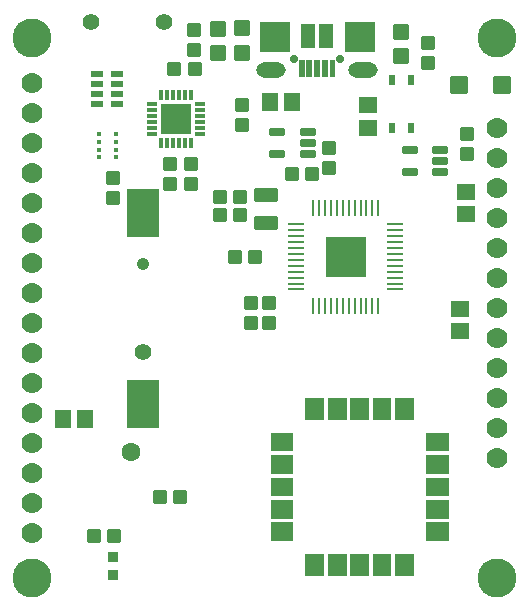
<source format=gbr>
%TF.GenerationSoftware,KiCad,Pcbnew,(6.0.0-0)*%
%TF.CreationDate,2022-01-15T19:35:46-06:00*%
%TF.ProjectId,dropkick,64726f70-6b69-4636-9b2e-6b696361645f,rev?*%
%TF.SameCoordinates,Original*%
%TF.FileFunction,Soldermask,Top*%
%TF.FilePolarity,Negative*%
%FSLAX46Y46*%
G04 Gerber Fmt 4.6, Leading zero omitted, Abs format (unit mm)*
G04 Created by KiCad (PCBNEW (6.0.0-0)) date 2022-01-15 19:35:46*
%MOMM*%
%LPD*%
G01*
G04 APERTURE LIST*
G04 Aperture macros list*
%AMRoundRect*
0 Rectangle with rounded corners*
0 $1 Rounding radius*
0 $2 $3 $4 $5 $6 $7 $8 $9 X,Y pos of 4 corners*
0 Add a 4 corners polygon primitive as box body*
4,1,4,$2,$3,$4,$5,$6,$7,$8,$9,$2,$3,0*
0 Add four circle primitives for the rounded corners*
1,1,$1+$1,$2,$3*
1,1,$1+$1,$4,$5*
1,1,$1+$1,$6,$7*
1,1,$1+$1,$8,$9*
0 Add four rect primitives between the rounded corners*
20,1,$1+$1,$2,$3,$4,$5,0*
20,1,$1+$1,$4,$5,$6,$7,0*
20,1,$1+$1,$6,$7,$8,$9,0*
20,1,$1+$1,$8,$9,$2,$3,0*%
G04 Aperture macros list end*
%ADD10C,0.010000*%
%ADD11RoundRect,0.050800X-0.500000X0.537500X-0.500000X-0.537500X0.500000X-0.537500X0.500000X0.537500X0*%
%ADD12RoundRect,0.050800X0.600000X0.600000X-0.600000X0.600000X-0.600000X-0.600000X0.600000X-0.600000X0*%
%ADD13R,0.508000X0.889000*%
%ADD14RoundRect,0.050800X-0.750000X0.620000X-0.750000X-0.620000X0.750000X-0.620000X0.750000X0.620000X0*%
%ADD15RoundRect,0.050800X0.537500X0.500000X-0.537500X0.500000X-0.537500X-0.500000X0.537500X-0.500000X0*%
%ADD16C,3.301600*%
%ADD17RoundRect,0.050800X0.500000X-0.537500X0.500000X0.537500X-0.500000X0.537500X-0.500000X-0.537500X0*%
%ADD18RoundRect,0.050800X-0.600000X-0.600000X0.600000X-0.600000X0.600000X0.600000X-0.600000X0.600000X0*%
%ADD19RoundRect,0.050800X-0.450000X0.225000X-0.450000X-0.225000X0.450000X-0.225000X0.450000X0.225000X0*%
%ADD20RoundRect,0.050800X-0.537500X-0.500000X0.537500X-0.500000X0.537500X0.500000X-0.537500X0.500000X0*%
%ADD21RoundRect,0.050800X0.750000X-0.620000X0.750000X0.620000X-0.750000X0.620000X-0.750000X-0.620000X0*%
%ADD22RoundRect,0.800800X0.000000X0.000000X0.000000X0.000000X0.000000X0.000000X0.000000X0.000000X0*%
%ADD23C,1.778000*%
%ADD24RoundRect,0.050800X0.950000X-0.550000X0.950000X0.550000X-0.950000X0.550000X-0.950000X-0.550000X0*%
%ADD25RoundRect,0.050800X-0.950000X0.550000X-0.950000X-0.550000X0.950000X-0.550000X0.950000X0.550000X0*%
%ADD26RoundRect,0.050800X0.600000X-0.275000X0.600000X0.275000X-0.600000X0.275000X-0.600000X-0.275000X0*%
%ADD27C,0.700000*%
%ADD28RoundRect,0.050800X-0.500000X1.000000X-0.500000X-1.000000X0.500000X-1.000000X0.500000X1.000000X0*%
%ADD29O,2.501600X1.301600*%
%ADD30RoundRect,0.050800X-1.250000X1.250000X-1.250000X-1.250000X1.250000X-1.250000X1.250000X1.250000X0*%
%ADD31RoundRect,0.050800X0.620000X0.750000X-0.620000X0.750000X-0.620000X-0.750000X0.620000X-0.750000X0*%
%ADD32RoundRect,0.050800X-0.400000X-0.400000X0.400000X-0.400000X0.400000X0.400000X-0.400000X0.400000X0*%
%ADD33RoundRect,0.050800X0.700000X-0.700000X0.700000X0.700000X-0.700000X0.700000X-0.700000X-0.700000X0*%
%ADD34RoundRect,0.050800X-0.620000X-0.750000X0.620000X-0.750000X0.620000X0.750000X-0.620000X0.750000X0*%
%ADD35C,1.400000*%
%ADD36C,1.070000*%
%ADD37RoundRect,0.050800X-1.300000X2.000000X-1.300000X-2.000000X1.300000X-2.000000X1.300000X2.000000X0*%
%ADD38RoundRect,0.120800X0.330000X0.070000X-0.330000X0.070000X-0.330000X-0.070000X0.330000X-0.070000X0*%
%ADD39RoundRect,0.120800X0.070000X-0.330000X0.070000X0.330000X-0.070000X0.330000X-0.070000X-0.330000X0*%
%ADD40RoundRect,0.120800X-0.330000X-0.070000X0.330000X-0.070000X0.330000X0.070000X-0.330000X0.070000X0*%
%ADD41RoundRect,0.120800X-0.070000X0.330000X-0.070000X-0.330000X0.070000X-0.330000X0.070000X0.330000X0*%
%ADD42RoundRect,0.050800X-1.250000X-1.250000X1.250000X-1.250000X1.250000X1.250000X-1.250000X1.250000X0*%
%ADD43R,1.346200X0.279400*%
%ADD44R,0.279400X1.346200*%
%ADD45R,3.505200X3.505200*%
%ADD46R,0.350000X0.350000*%
%ADD47C,1.397000*%
G04 APERTURE END LIST*
%TO.C,X1*%
G36*
X91719600Y-50316600D02*
G01*
X91219600Y-50316600D01*
X91219600Y-48866600D01*
X91719600Y-48866600D01*
X91719600Y-50316600D01*
G37*
G36*
X89769600Y-50316600D02*
G01*
X89269600Y-50316600D01*
X89269600Y-48866600D01*
X89769600Y-48866600D01*
X89769600Y-50316600D01*
G37*
G36*
X90419600Y-50316600D02*
G01*
X89919600Y-50316600D01*
X89919600Y-48866600D01*
X90419600Y-48866600D01*
X90419600Y-50316600D01*
G37*
G36*
X91069600Y-50316600D02*
G01*
X90569600Y-50316600D01*
X90569600Y-48866600D01*
X91069600Y-48866600D01*
X91069600Y-50316600D01*
G37*
G36*
X89119600Y-50316600D02*
G01*
X88619600Y-50316600D01*
X88619600Y-48866600D01*
X89119600Y-48866600D01*
X89119600Y-50316600D01*
G37*
D10*
%TO.C,U2*%
X91076000Y-79263000D02*
X91076000Y-77463000D01*
X91076000Y-77463000D02*
X92576000Y-77463000D01*
X92576000Y-77463000D02*
X92576000Y-79263000D01*
X92576000Y-79263000D02*
X91076000Y-79263000D01*
G36*
X92576000Y-79263000D02*
G01*
X91076000Y-79263000D01*
X91076000Y-77463000D01*
X92576000Y-77463000D01*
X92576000Y-79263000D01*
G37*
X92576000Y-79263000D02*
X91076000Y-79263000D01*
X91076000Y-77463000D01*
X92576000Y-77463000D01*
X92576000Y-79263000D01*
X96776000Y-79263000D02*
X96776000Y-77463000D01*
X96776000Y-77463000D02*
X98276000Y-77463000D01*
X98276000Y-77463000D02*
X98276000Y-79263000D01*
X98276000Y-79263000D02*
X96776000Y-79263000D01*
G36*
X98276000Y-79263000D02*
G01*
X96776000Y-79263000D01*
X96776000Y-77463000D01*
X98276000Y-77463000D01*
X98276000Y-79263000D01*
G37*
X98276000Y-79263000D02*
X96776000Y-79263000D01*
X96776000Y-77463000D01*
X98276000Y-77463000D01*
X98276000Y-79263000D01*
X99426000Y-85713000D02*
X99426000Y-84213000D01*
X99426000Y-84213000D02*
X101226000Y-84213000D01*
X101226000Y-84213000D02*
X101226000Y-85713000D01*
X101226000Y-85713000D02*
X99426000Y-85713000D01*
G36*
X101226000Y-85713000D02*
G01*
X99426000Y-85713000D01*
X99426000Y-84213000D01*
X101226000Y-84213000D01*
X101226000Y-85713000D01*
G37*
X101226000Y-85713000D02*
X99426000Y-85713000D01*
X99426000Y-84213000D01*
X101226000Y-84213000D01*
X101226000Y-85713000D01*
X94876000Y-92463000D02*
X94876000Y-90663000D01*
X94876000Y-90663000D02*
X96376000Y-90663000D01*
X96376000Y-90663000D02*
X96376000Y-92463000D01*
X96376000Y-92463000D02*
X94876000Y-92463000D01*
G36*
X96376000Y-92463000D02*
G01*
X94876000Y-92463000D01*
X94876000Y-90663000D01*
X96376000Y-90663000D01*
X96376000Y-92463000D01*
G37*
X96376000Y-92463000D02*
X94876000Y-92463000D01*
X94876000Y-90663000D01*
X96376000Y-90663000D01*
X96376000Y-92463000D01*
X86226000Y-89513000D02*
X86226000Y-88013000D01*
X86226000Y-88013000D02*
X88026000Y-88013000D01*
X88026000Y-88013000D02*
X88026000Y-89513000D01*
X88026000Y-89513000D02*
X86226000Y-89513000D01*
G36*
X88026000Y-89513000D02*
G01*
X86226000Y-89513000D01*
X86226000Y-88013000D01*
X88026000Y-88013000D01*
X88026000Y-89513000D01*
G37*
X88026000Y-89513000D02*
X86226000Y-89513000D01*
X86226000Y-88013000D01*
X88026000Y-88013000D01*
X88026000Y-89513000D01*
X94876000Y-79263000D02*
X94876000Y-77463000D01*
X94876000Y-77463000D02*
X96376000Y-77463000D01*
X96376000Y-77463000D02*
X96376000Y-79263000D01*
X96376000Y-79263000D02*
X94876000Y-79263000D01*
G36*
X96376000Y-79263000D02*
G01*
X94876000Y-79263000D01*
X94876000Y-77463000D01*
X96376000Y-77463000D01*
X96376000Y-79263000D01*
G37*
X96376000Y-79263000D02*
X94876000Y-79263000D01*
X94876000Y-77463000D01*
X96376000Y-77463000D01*
X96376000Y-79263000D01*
X96776000Y-92463000D02*
X96776000Y-90663000D01*
X96776000Y-90663000D02*
X98276000Y-90663000D01*
X98276000Y-90663000D02*
X98276000Y-92463000D01*
X98276000Y-92463000D02*
X96776000Y-92463000D01*
G36*
X98276000Y-92463000D02*
G01*
X96776000Y-92463000D01*
X96776000Y-90663000D01*
X98276000Y-90663000D01*
X98276000Y-92463000D01*
G37*
X98276000Y-92463000D02*
X96776000Y-92463000D01*
X96776000Y-90663000D01*
X98276000Y-90663000D01*
X98276000Y-92463000D01*
X86226000Y-87613000D02*
X86226000Y-86113000D01*
X86226000Y-86113000D02*
X88026000Y-86113000D01*
X88026000Y-86113000D02*
X88026000Y-87613000D01*
X88026000Y-87613000D02*
X86226000Y-87613000D01*
G36*
X88026000Y-87613000D02*
G01*
X86226000Y-87613000D01*
X86226000Y-86113000D01*
X88026000Y-86113000D01*
X88026000Y-87613000D01*
G37*
X88026000Y-87613000D02*
X86226000Y-87613000D01*
X86226000Y-86113000D01*
X88026000Y-86113000D01*
X88026000Y-87613000D01*
X99426000Y-81913000D02*
X99426000Y-80413000D01*
X99426000Y-80413000D02*
X101226000Y-80413000D01*
X101226000Y-80413000D02*
X101226000Y-81913000D01*
X101226000Y-81913000D02*
X99426000Y-81913000D01*
G36*
X101226000Y-81913000D02*
G01*
X99426000Y-81913000D01*
X99426000Y-80413000D01*
X101226000Y-80413000D01*
X101226000Y-81913000D01*
G37*
X101226000Y-81913000D02*
X99426000Y-81913000D01*
X99426000Y-80413000D01*
X101226000Y-80413000D01*
X101226000Y-81913000D01*
X92976000Y-92463000D02*
X92976000Y-90663000D01*
X92976000Y-90663000D02*
X94476000Y-90663000D01*
X94476000Y-90663000D02*
X94476000Y-92463000D01*
X94476000Y-92463000D02*
X92976000Y-92463000D01*
G36*
X94476000Y-92463000D02*
G01*
X92976000Y-92463000D01*
X92976000Y-90663000D01*
X94476000Y-90663000D01*
X94476000Y-92463000D01*
G37*
X94476000Y-92463000D02*
X92976000Y-92463000D01*
X92976000Y-90663000D01*
X94476000Y-90663000D01*
X94476000Y-92463000D01*
X89176000Y-92463000D02*
X89176000Y-90663000D01*
X89176000Y-90663000D02*
X90676000Y-90663000D01*
X90676000Y-90663000D02*
X90676000Y-92463000D01*
X90676000Y-92463000D02*
X89176000Y-92463000D01*
G36*
X90676000Y-92463000D02*
G01*
X89176000Y-92463000D01*
X89176000Y-90663000D01*
X90676000Y-90663000D01*
X90676000Y-92463000D01*
G37*
X90676000Y-92463000D02*
X89176000Y-92463000D01*
X89176000Y-90663000D01*
X90676000Y-90663000D01*
X90676000Y-92463000D01*
X99426000Y-83813000D02*
X99426000Y-82313000D01*
X99426000Y-82313000D02*
X101226000Y-82313000D01*
X101226000Y-82313000D02*
X101226000Y-83813000D01*
X101226000Y-83813000D02*
X99426000Y-83813000D01*
G36*
X101226000Y-83813000D02*
G01*
X99426000Y-83813000D01*
X99426000Y-82313000D01*
X101226000Y-82313000D01*
X101226000Y-83813000D01*
G37*
X101226000Y-83813000D02*
X99426000Y-83813000D01*
X99426000Y-82313000D01*
X101226000Y-82313000D01*
X101226000Y-83813000D01*
X99426000Y-87613000D02*
X99426000Y-86113000D01*
X99426000Y-86113000D02*
X101226000Y-86113000D01*
X101226000Y-86113000D02*
X101226000Y-87613000D01*
X101226000Y-87613000D02*
X99426000Y-87613000D01*
G36*
X101226000Y-87613000D02*
G01*
X99426000Y-87613000D01*
X99426000Y-86113000D01*
X101226000Y-86113000D01*
X101226000Y-87613000D01*
G37*
X101226000Y-87613000D02*
X99426000Y-87613000D01*
X99426000Y-86113000D01*
X101226000Y-86113000D01*
X101226000Y-87613000D01*
X92976000Y-79263000D02*
X92976000Y-77463000D01*
X92976000Y-77463000D02*
X94476000Y-77463000D01*
X94476000Y-77463000D02*
X94476000Y-79263000D01*
X94476000Y-79263000D02*
X92976000Y-79263000D01*
G36*
X94476000Y-79263000D02*
G01*
X92976000Y-79263000D01*
X92976000Y-77463000D01*
X94476000Y-77463000D01*
X94476000Y-79263000D01*
G37*
X94476000Y-79263000D02*
X92976000Y-79263000D01*
X92976000Y-77463000D01*
X94476000Y-77463000D01*
X94476000Y-79263000D01*
X91076000Y-92463000D02*
X91076000Y-90663000D01*
X91076000Y-90663000D02*
X92576000Y-90663000D01*
X92576000Y-90663000D02*
X92576000Y-92463000D01*
X92576000Y-92463000D02*
X91076000Y-92463000D01*
G36*
X92576000Y-92463000D02*
G01*
X91076000Y-92463000D01*
X91076000Y-90663000D01*
X92576000Y-90663000D01*
X92576000Y-92463000D01*
G37*
X92576000Y-92463000D02*
X91076000Y-92463000D01*
X91076000Y-90663000D01*
X92576000Y-90663000D01*
X92576000Y-92463000D01*
X86226000Y-85713000D02*
X86226000Y-84213000D01*
X86226000Y-84213000D02*
X88026000Y-84213000D01*
X88026000Y-84213000D02*
X88026000Y-85713000D01*
X88026000Y-85713000D02*
X86226000Y-85713000D01*
G36*
X88026000Y-85713000D02*
G01*
X86226000Y-85713000D01*
X86226000Y-84213000D01*
X88026000Y-84213000D01*
X88026000Y-85713000D01*
G37*
X88026000Y-85713000D02*
X86226000Y-85713000D01*
X86226000Y-84213000D01*
X88026000Y-84213000D01*
X88026000Y-85713000D01*
X89176000Y-79263000D02*
X89176000Y-77463000D01*
X89176000Y-77463000D02*
X90676000Y-77463000D01*
X90676000Y-77463000D02*
X90676000Y-79263000D01*
X90676000Y-79263000D02*
X89176000Y-79263000D01*
G36*
X90676000Y-79263000D02*
G01*
X89176000Y-79263000D01*
X89176000Y-77463000D01*
X90676000Y-77463000D01*
X90676000Y-79263000D01*
G37*
X90676000Y-79263000D02*
X89176000Y-79263000D01*
X89176000Y-77463000D01*
X90676000Y-77463000D01*
X90676000Y-79263000D01*
X86226000Y-83813000D02*
X86226000Y-82313000D01*
X86226000Y-82313000D02*
X88026000Y-82313000D01*
X88026000Y-82313000D02*
X88026000Y-83813000D01*
X88026000Y-83813000D02*
X86226000Y-83813000D01*
G36*
X88026000Y-83813000D02*
G01*
X86226000Y-83813000D01*
X86226000Y-82313000D01*
X88026000Y-82313000D01*
X88026000Y-83813000D01*
G37*
X88026000Y-83813000D02*
X86226000Y-83813000D01*
X86226000Y-82313000D01*
X88026000Y-82313000D01*
X88026000Y-83813000D01*
X86226000Y-81913000D02*
X86226000Y-80413000D01*
X86226000Y-80413000D02*
X88026000Y-80413000D01*
X88026000Y-80413000D02*
X88026000Y-81913000D01*
X88026000Y-81913000D02*
X86226000Y-81913000D01*
G36*
X88026000Y-81913000D02*
G01*
X86226000Y-81913000D01*
X86226000Y-80413000D01*
X88026000Y-80413000D01*
X88026000Y-81913000D01*
G37*
X88026000Y-81913000D02*
X86226000Y-81913000D01*
X86226000Y-80413000D01*
X88026000Y-80413000D01*
X88026000Y-81913000D01*
X99426000Y-89513000D02*
X99426000Y-88013000D01*
X99426000Y-88013000D02*
X101226000Y-88013000D01*
X101226000Y-88013000D02*
X101226000Y-89513000D01*
X101226000Y-89513000D02*
X99426000Y-89513000D01*
G36*
X101226000Y-89513000D02*
G01*
X99426000Y-89513000D01*
X99426000Y-88013000D01*
X101226000Y-88013000D01*
X101226000Y-89513000D01*
G37*
X101226000Y-89513000D02*
X99426000Y-89513000D01*
X99426000Y-88013000D01*
X101226000Y-88013000D01*
X101226000Y-89513000D01*
%TD*%
D11*
%TO.C,C12*%
X79502000Y-57697000D03*
X79502000Y-59397000D03*
%TD*%
D12*
%TO.C,CHG1*%
X83820000Y-46160000D03*
X83820000Y-48260000D03*
%TD*%
D11*
%TO.C,R2*%
X86106000Y-69420000D03*
X86106000Y-71120000D03*
%TD*%
D13*
%TO.C,SW2*%
X96481999Y-54627998D03*
X98082001Y-54627998D03*
X98082001Y-50528002D03*
X96481999Y-50528002D03*
%TD*%
D14*
%TO.C,C2*%
X102235000Y-69916000D03*
X102235000Y-71816000D03*
%TD*%
D15*
%TO.C,C7*%
X83654000Y-60452000D03*
X81954000Y-60452000D03*
%TD*%
D16*
%TO.C,H2*%
X105410000Y-46990000D03*
%TD*%
%TO.C,H1*%
X66040000Y-46990000D03*
%TD*%
D17*
%TO.C,C10*%
X91186000Y-58000000D03*
X91186000Y-56300000D03*
%TD*%
D15*
%TO.C,C8*%
X83654000Y-61976000D03*
X81954000Y-61976000D03*
%TD*%
D18*
%TO.C,L2*%
X97282000Y-48548000D03*
X97282000Y-46448000D03*
%TD*%
D19*
%TO.C,R11*%
X71540000Y-50008000D03*
X71540000Y-50908000D03*
X71540000Y-51708000D03*
X71540000Y-52608000D03*
X73240000Y-52608000D03*
X73240000Y-51708000D03*
X73240000Y-50908000D03*
X73240000Y-50008000D03*
%TD*%
D20*
%TO.C,R7*%
X88050000Y-58547000D03*
X89750000Y-58547000D03*
%TD*%
D16*
%TO.C,H4*%
X105410000Y-92710000D03*
%TD*%
D21*
%TO.C,C4*%
X102743000Y-61910000D03*
X102743000Y-60010000D03*
%TD*%
D22*
%TO.C,TP1*%
X74422000Y-82042000D03*
%TD*%
D17*
%TO.C,R8*%
X99568000Y-49110000D03*
X99568000Y-47410000D03*
%TD*%
D16*
%TO.C,H3*%
X66040000Y-92710000D03*
%TD*%
D23*
%TO.C,JP5*%
X66040000Y-88900000D03*
X66040000Y-86360000D03*
X66040000Y-83820000D03*
X66040000Y-81280000D03*
X66040000Y-78740000D03*
X66040000Y-76200000D03*
X66040000Y-73660000D03*
X66040000Y-71120000D03*
X66040000Y-68580000D03*
X66040000Y-66040000D03*
X66040000Y-63500000D03*
X66040000Y-60960000D03*
X66040000Y-58420000D03*
X66040000Y-55880000D03*
X66040000Y-53340000D03*
X66040000Y-50800000D03*
%TD*%
D20*
%TO.C,C5*%
X76874000Y-85852000D03*
X78574000Y-85852000D03*
%TD*%
D17*
%TO.C,R1*%
X84582000Y-71120000D03*
X84582000Y-69420000D03*
%TD*%
D24*
%TO.C,X5*%
X85852000Y-60268000D03*
D25*
X85852000Y-62668000D03*
%TD*%
D20*
%TO.C,R10*%
X71286000Y-89154000D03*
X72986000Y-89154000D03*
%TD*%
D26*
%TO.C,U6*%
X100614100Y-58350000D03*
X100614100Y-57400000D03*
X100614100Y-56450000D03*
X98013900Y-56450000D03*
X98013900Y-58350000D03*
%TD*%
D21*
%TO.C,C3*%
X94488000Y-54605000D03*
X94488000Y-52705000D03*
%TD*%
D23*
%TO.C,JP4*%
X105410000Y-54610000D03*
X105410000Y-57150000D03*
X105410000Y-59690000D03*
X105410000Y-62230000D03*
X105410000Y-64770000D03*
X105410000Y-67310000D03*
X105410000Y-69850000D03*
X105410000Y-72390000D03*
X105410000Y-74930000D03*
X105410000Y-77470000D03*
X105410000Y-80010000D03*
X105410000Y-82550000D03*
%TD*%
D27*
%TO.C,X1*%
X88219600Y-48816600D03*
X92119600Y-48816600D03*
D28*
X90919600Y-46816600D03*
X89419600Y-46816600D03*
D29*
X94069600Y-49716600D03*
X86269600Y-49716600D03*
D30*
X93769600Y-46916600D03*
X86569600Y-46916600D03*
%TD*%
D20*
%TO.C,C13*%
X78093200Y-49631600D03*
X79793200Y-49631600D03*
%TD*%
D31*
%TO.C,C9*%
X88072000Y-52451000D03*
X86172000Y-52451000D03*
%TD*%
D32*
%TO.C,D2*%
X72898000Y-92444000D03*
X72898000Y-90944000D03*
%TD*%
D17*
%TO.C,R6*%
X83820000Y-54356000D03*
X83820000Y-52656000D03*
%TD*%
D15*
%TO.C,C1*%
X84924000Y-65532000D03*
X83224000Y-65532000D03*
%TD*%
D33*
%TO.C,D1*%
X105850000Y-51000000D03*
X102150000Y-51000000D03*
%TD*%
D11*
%TO.C,R9*%
X79756000Y-46355000D03*
X79756000Y-48055000D03*
%TD*%
D34*
%TO.C,C11*%
X68646000Y-79248000D03*
X70546000Y-79248000D03*
%TD*%
D35*
%TO.C,B1*%
X75438000Y-73596000D03*
D36*
X75438000Y-66096000D03*
D37*
X75438000Y-78006000D03*
X75468000Y-61826000D03*
%TD*%
D38*
%TO.C,U5*%
X76232000Y-52598000D03*
X76232000Y-53098000D03*
X76232000Y-53598000D03*
X76232000Y-54098000D03*
X76232000Y-54598000D03*
X76232000Y-55098000D03*
D39*
X76982000Y-55848000D03*
X77482000Y-55848000D03*
X77982000Y-55848000D03*
X78482000Y-55848000D03*
X78982000Y-55848000D03*
X79482000Y-55848000D03*
D40*
X80232000Y-55098000D03*
X80232000Y-54598000D03*
X80232000Y-54098000D03*
X80232000Y-53598000D03*
X80232000Y-53098000D03*
X80232000Y-52598000D03*
D41*
X79482000Y-51848000D03*
X78982000Y-51848000D03*
X78482000Y-51848000D03*
X77982000Y-51848000D03*
X77482000Y-51848000D03*
X76982000Y-51848000D03*
D42*
X78232000Y-53848000D03*
%TD*%
D11*
%TO.C,R14*%
X77724000Y-57697000D03*
X77724000Y-59397000D03*
%TD*%
D43*
%TO.C,U1*%
X88417400Y-62786000D03*
X88417400Y-63285999D03*
X88417400Y-63786001D03*
X88417400Y-64286000D03*
X88417400Y-64785999D03*
X88417400Y-65286000D03*
X88417400Y-65786000D03*
X88417400Y-66286001D03*
X88417400Y-66786000D03*
X88417400Y-67285999D03*
X88417400Y-67786001D03*
X88417400Y-68286000D03*
D44*
X89845700Y-69714300D03*
X90345699Y-69714300D03*
X90845701Y-69714300D03*
X91345700Y-69714300D03*
X91845699Y-69714300D03*
X92345700Y-69714300D03*
X92845700Y-69714300D03*
X93345701Y-69714300D03*
X93845700Y-69714300D03*
X94345699Y-69714300D03*
X94845701Y-69714300D03*
X95345700Y-69714300D03*
D43*
X96774000Y-68286000D03*
X96774000Y-67786001D03*
X96774000Y-67285999D03*
X96774000Y-66786000D03*
X96774000Y-66286001D03*
X96774000Y-65786000D03*
X96774000Y-65286000D03*
X96774000Y-64785999D03*
X96774000Y-64286000D03*
X96774000Y-63786001D03*
X96774000Y-63285999D03*
X96774000Y-62786000D03*
D44*
X95345700Y-61357700D03*
X94845701Y-61357700D03*
X94345699Y-61357700D03*
X93845700Y-61357700D03*
X93345701Y-61357700D03*
X92845700Y-61357700D03*
X92345700Y-61357700D03*
X91845699Y-61357700D03*
X91345700Y-61357700D03*
X90845701Y-61357700D03*
X90345699Y-61357700D03*
X89845700Y-61357700D03*
D45*
X92595700Y-65536000D03*
%TD*%
D18*
%TO.C,L1*%
X81788000Y-48294000D03*
X81788000Y-46194000D03*
%TD*%
D17*
%TO.C,R3*%
X102870000Y-56857000D03*
X102870000Y-55157000D03*
%TD*%
D26*
%TO.C,U3*%
X89408000Y-56830000D03*
X89408000Y-55880000D03*
X89408000Y-54930000D03*
X86807800Y-54930000D03*
X86807800Y-56830000D03*
%TD*%
D46*
%TO.C,U4*%
X71665000Y-57108999D03*
X71665000Y-56459001D03*
X71665000Y-55808999D03*
X71665000Y-55159001D03*
X73115000Y-55159001D03*
X73115000Y-55808999D03*
X73115000Y-56459001D03*
X73115000Y-57108999D03*
%TD*%
D11*
%TO.C,C6*%
X72898000Y-58840000D03*
X72898000Y-60540000D03*
%TD*%
D47*
%TO.C,SW1*%
X70994999Y-45683932D03*
X77244999Y-45683932D03*
%TD*%
M02*

</source>
